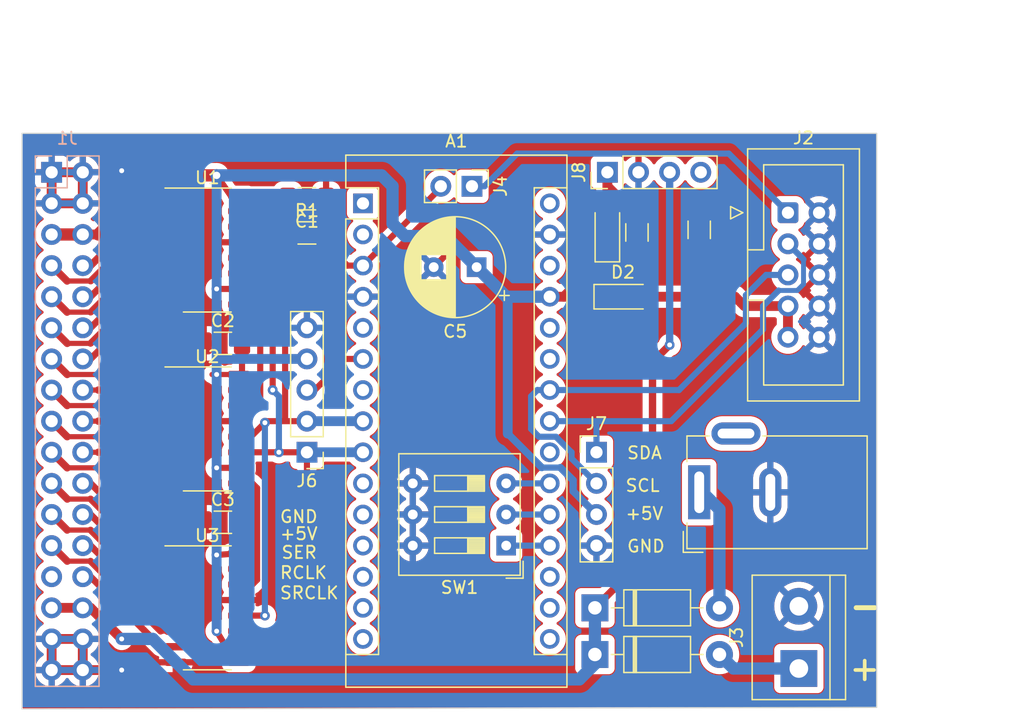
<source format=kicad_pcb>
(kicad_pcb (version 20221018) (generator pcbnew)
  (title_block (comment 4 "AISLER Project ID: KLIHMEMX"))
  (layers (0 "F.Cu" signal) (31 "B.Cu" signal) (34 "B.Paste" user) (35 "F.Paste" user) (36 "B.SilkS" user "B.Silkscreen") (37 "F.SilkS" user "F.Silkscreen") (38 "B.Mask" user) (39 "F.Mask" user) (44 "Edge.Cuts" user))
  (net 0 "")
  (net 4 "Net-(A1-D3)")
  (net 5 "RESET")
  (net 6 "CFG-0")
  (net 7 "GND")
  (net 8 "CFG-1")
  (net 9 "ENABLE-X-1")
  (net 10 "CFG-2")
  (net 11 "ENABLE-X-2")
  (net 13 "ENABLE-X-3")
  (net 14 "SDA")
  (net 15 "ENABLE-X-4")
  (net 16 "SCL")
  (net 17 "ENABLE-X-5")
  (net 18 "Net-(A1-D5)")
  (net 19 "ENABLE-X-6")
  (net 20 "Net-(A1-D6)")
  (net 21 "ENABLE-X-7")
  (net 22 "Vin")
  (net 23 "ENABLE-X-8")
  (net 27 "A0-X")
  (net 28 "A1-X")
  (net 29 "A2-X")
  (net 30 "B0-X")
  (net 31 "B1-X")
  (net 32 "A0-Y")
  (net 33 "A1-Y")
  (net 34 "A2-Y")
  (net 35 "B0-Y")
  (net 36 "B1-Y")
  (net 39 "DATA-X")
  (net 40 "ENABLE-Y-SET")
  (net 41 "ENABLE-Y-RESET")
  (net 51 "Net-(D1-A)")
  (net 52 "Net-(D3-A)")
  (net 54 "Net-(J2-Pin_1)")
  (net 56 "Net-(U1-QH')")
  (net 58 "+5V")
  (net 59 "Net-(U2-QH')")
  (net 63 "/V0+")
  (net 64 "/24V+")
  (footprint "Connector_IDC:IDC-Header_2x05_P2.54mm_Vertical" (layer "F.Cu") (at 110.871 69.342)
    (fp_text reference "J2" (at 1.27 -6.1) (layer "F.SilkS"))
    (fp_text value "I2C bus")
    (pad "1" thru_hole roundrect (at 0 0) (size 1.7 1.7) (drill 1) (layers "*.Cu" "*.Mask") (roundrect_rratio 0.1470588235) (net 54 "Net-(J2-Pin_1)"))
    (pad "2" thru_hole circle (at 2.54 0) (size 1.7 1.7) (drill 1) (layers "*.Cu" "*.Mask") (net 7 "GND"))
    (pad "3" thru_hole circle (at 0 2.54) (size 1.7 1.7) (drill 1) (layers "*.Cu" "*.Mask") (net 14 "SDA"))
    (pad "4" thru_hole circle (at 2.54 2.54) (size 1.7 1.7) (drill 1) (layers "*.Cu" "*.Mask") (net 7 "GND"))
    (pad "5" thru_hole circle (at 0 5.08) (size 1.7 1.7) (drill 1) (layers "*.Cu" "*.Mask") (net 16 "SCL"))
    (pad "6" thru_hole circle (at 2.54 5.08) (size 1.7 1.7) (drill 1) (layers "*.Cu" "*.Mask") (net 7 "GND"))
    (pad "7" thru_hole circle (at 0 7.62) (size 1.7 1.7) (drill 1) (layers "*.Cu" "*.Mask") (net 22 "Vin"))
    (pad "8" thru_hole circle (at 2.54 7.62) (size 1.7 1.7) (drill 1) (layers "*.Cu" "*.Mask") (net 7 "GND"))
    (pad "9" thru_hole circle (at 0 10.16) (size 1.7 1.7) (drill 1) (layers "*.Cu" "*.Mask") (net 22 "Vin"))
    (pad "10" thru_hole circle (at 2.54 10.16) (size 1.7 1.7) (drill 1) (layers "*.Cu" "*.Mask") (net 7 "GND"))
  )
  (footprint "Package_SO:SO-16_3.9x9.9mm_P1.27mm" (layer "F.Cu") (at 63.5 101.6)
    (fp_text reference "U3" (at 0 -5.9) (layer "F.SilkS"))
    (fp_text value "74HC595D")
    (pad "1" smd roundrect (at -2.575 -4.445) (size 1.75 0.6) (layers "F.Cu" "F.Paste" "F.Mask") (net 17 "ENABLE-X-5"))
    (pad "2" smd roundrect (at -2.575 -3.175) (size 1.75 0.6) (layers "F.Cu" "F.Paste" "F.Mask") (net 34 "A2-Y"))
    (pad "3" smd roundrect (at -2.575 -1.905) (size 1.75 0.6) (layers "F.Cu" "F.Paste" "F.Mask") (net 19 "ENABLE-X-6"))
    (pad "4" smd roundrect (at -2.575 -0.635) (size 1.75 0.6) (layers "F.Cu" "F.Paste" "F.Mask") (net 35 "B0-Y"))
    (pad "5" smd roundrect (at -2.575 0.635) (size 1.75 0.6) (layers "F.Cu" "F.Paste" "F.Mask") (net 21 "ENABLE-X-7"))
    (pad "6" smd roundrect (at -2.575 1.905) (size 1.75 0.6) (layers "F.Cu" "F.Paste" "F.Mask") (net 36 "B1-Y"))
    (pad "7" smd roundrect (at -2.575 3.175) (size 1.75 0.6) (layers "F.Cu" "F.Paste" "F.Mask") (net 23 "ENABLE-X-8"))
    (pad "8" smd roundrect (at -2.575 4.445) (size 1.75 0.6) (layers "F.Cu" "F.Paste" "F.Mask") (net 7 "GND"))
    (pad "9" smd roundrect (at 2.575 4.445) (size 1.75 0.6) (layers "F.Cu" "F.Paste" "F.Mask"))
    (pad "10" smd roundrect (at 2.575 3.175) (size 1.75 0.6) (layers "F.Cu" "F.Paste" "F.Mask") (net 58 "+5V"))
    (pad "11" smd roundrect (at 2.575 1.905) (size 1.75 0.6) (layers "F.Cu" "F.Paste" "F.Mask") (net 20 "Net-(A1-D6)"))
    (pad "12" smd roundrect (at 2.575 0.635) (size 1.75 0.6) (layers "F.Cu" "F.Paste" "F.Mask") (net 18 "Net-(A1-D5)"))
    (pad "13" smd roundrect (at 2.575 -0.635) (size 1.75 0.6) (layers "F.Cu" "F.Paste" "F.Mask") (net 7 "GND"))
    (pad "14" smd roundrect (at 2.575 -1.905) (size 1.75 0.6) (layers "F.Cu" "F.Paste" "F.Mask") (net 59 "Net-(U2-QH')"))
    (pad "15" smd roundrect (at 2.575 -3.175) (size 1.75 0.6) (layers "F.Cu" "F.Paste" "F.Mask"))
    (pad "16" smd roundrect (at 2.575 -4.445) (size 1.75 0.6) (layers "F.Cu" "F.Paste" "F.Mask") (net 58 "+5V"))
  )
  (footprint "Connector_PinHeader_2.54mm:PinHeader_1x04_P2.54mm_Vertical" (layer "F.Cu") (at 95.25 88.9)
    (fp_text reference "J7" (at 0 -2.33) (layer "F.SilkS"))
    (fp_text value "I2C")
    (pad "1" thru_hole rect (at 0 0) (size 1.7 1.7) (drill 1) (layers "*.Cu" "*.Mask") (net 14 "SDA"))
    (pad "2" thru_hole oval (at 0 2.54) (size 1.7 1.7) (drill 1) (layers "*.Cu" "*.Mask") (net 16 "SCL"))
    (pad "3" thru_hole oval (at 0 5.08) (size 1.7 1.7) (drill 1) (layers "*.Cu" "*.Mask") (net 58 "+5V"))
    (pad "4" thru_hole oval (at 0 7.62) (size 1.7 1.7) (drill 1) (layers "*.Cu" "*.Mask") (net 7 "GND"))
  )
  (footprint "Capacitor_SMD:C_1206_3216Metric_Pad1.33x1.80mm_HandSolder" (layer "F.Cu") (at 71.628 68.199 180)
    (fp_text reference "C1" (at 0 -1.85) (layer "F.SilkS"))
    (fp_text value "100n" hide)
    (pad "1" smd roundrect (at -1.5625 0 180) (size 1.325 1.8) (layers "F.Cu" "F.Paste" "F.Mask") (roundrect_rratio 0.1886792453) (net 7 "GND"))
    (pad "2" smd roundrect (at 1.5625 0 180) (size 1.325 1.8) (layers "F.Cu" "F.Paste" "F.Mask") (roundrect_rratio 0.1886792453) (net 58 "+5V"))
  )
  (footprint "TerminalBlock:TerminalBlock_bornier-2_P5.08mm" (layer "F.Cu") (at 111.76 106.553 90)
    (fp_text reference "J3" (at 2.54 -5.08 90) (layer "F.SilkS"))
    (fp_text value "+  24V  -")
    (pad "1" thru_hole rect (at 0 0 90) (size 3 3) (drill 1.52) (layers "*.Cu" "*.Mask") (net 51 "Net-(D1-A)"))
    (pad "2" thru_hole circle (at 5.08 0 90) (size 3 3) (drill 1.52) (layers "*.Cu" "*.Mask") (net 7 "GND"))
  )
  (footprint "Connector_PinHeader_2.54mm:PinHeader_1x02_P2.54mm_Vertical" (layer "F.Cu") (at 85.09 67.183 -90)
    (fp_text reference "J4" (at 0 -2.33 90) (layer "F.SilkS"))
    (fp_text value "RST")
    (pad "1" thru_hole rect (at 0 0 270) (size 1.7 1.7) (drill 1) (layers "*.Cu" "*.Mask") (net 54 "Net-(J2-Pin_1)"))
    (pad "2" thru_hole oval (at 0 2.54 270) (size 1.7 1.7) (drill 1) (layers "*.Cu" "*.Mask") (net 5 "RESET"))
  )
  (footprint "Diode_SMD:D_SOD-123" (layer "F.Cu") (at 96.139 70.994 90)
    (fp_text reference "D4" hide)
    (fp_text value "RB160M")
    (pad "1" smd roundrect (at -1.65 0 90) (size 0.9 1.2) (layers "F.Cu" "F.Paste" "F.Mask") (net 58 "+5V"))
    (pad "2" smd roundrect (at 1.65 0 90) (size 0.9 1.2) (layers "F.Cu" "F.Paste" "F.Mask") (net 63 "/V0+"))
  )
  (footprint "Resistor_SMD:R_1206_3216Metric" (layer "F.Cu") (at 71.628 70.993)
    (fp_text reference "R1" (at 0 -1.82) (layer "F.SilkS"))
    (fp_text value "100k")
    (pad "1" smd roundrect (at -1.4625 0) (size 1.125 1.75) (layers "F.Cu" "F.Paste" "F.Mask") (roundrect_rratio 0.2222222222) (net 58 "+5V"))
    (pad "2" smd roundrect (at 1.4625 0) (size 1.125 1.75) (layers "F.Cu" "F.Paste" "F.Mask") (roundrect_rratio 0.2222222222) (net 5 "RESET"))
  )
  (footprint "Capacitor_SMD:C_1206_3216Metric_Pad1.33x1.80mm_HandSolder" (layer "F.Cu") (at 103.632 70.739 90)
    (fp_text reference "C4" hide)
    (fp_text value "100n" hide)
    (pad "1" smd roundrect (at -1.5625 0 90) (size 1.325 1.8) (layers "F.Cu" "F.Paste" "F.Mask") (roundrect_rratio 0.1886792453) (net 22 "Vin"))
    (pad "2" smd roundrect (at 1.5625 0 90) (size 1.325 1.8) (layers "F.Cu" "F.Paste" "F.Mask") (roundrect_rratio 0.1886792453) (net 7 "GND"))
  )
  (footprint "Diode_SMD:D_SOD-123" (layer "F.Cu") (at 97.409 76.2)
    (fp_text reference "D2" (at 0 -2) (layer "F.SilkS"))
    (fp_text value "RB160M")
    (pad "1" smd roundrect (at -1.65 0) (size 0.9 1.2) (layers "F.Cu" "F.Paste" "F.Mask") (net 58 "+5V"))
    (pad "2" smd roundrect (at 1.65 0) (size 0.9 1.2) (layers "F.Cu" "F.Paste" "F.Mask") (net 22 "Vin"))
  )
  (footprint "Capacitor_SMD:C_1206_3216Metric_Pad1.33x1.80mm_HandSolder" (layer "F.Cu") (at 98.552 70.9545 90)
    (fp_text reference "C6" hide)
    (fp_text value "100n" hide)
    (pad "1" smd roundrect (at -1.5625 0 90) (size 1.325 1.8) (layers "F.Cu" "F.Paste" "F.Mask") (roundrect_rratio 0.1886792453) (net 7 "GND"))
    (pad "2" smd roundrect (at 1.5625 0 90) (size 1.325 1.8) (layers "F.Cu" "F.Paste" "F.Mask") (roundrect_rratio 0.1886792453) (net 63 "/V0+"))
  )
  (footprint "Capacitor_SMD:C_1206_3216Metric_Pad1.33x1.80mm_HandSolder" (layer "F.Cu") (at 64.77 80.01)
    (fp_text reference "C2" (at 0 -1.85) (layer "F.SilkS"))
    (fp_text value "100n" hide)
    (pad "1" smd roundrect (at -1.5625 0) (size 1.325 1.8) (layers "F.Cu" "F.Paste" "F.Mask") (roundrect_rratio 0.1886792453) (net 7 "GND"))
    (pad "2" smd roundrect (at 1.5625 0) (size 1.325 1.8) (layers "F.Cu" "F.Paste" "F.Mask") (roundrect_rratio 0.1886792453) (net 58 "+5V"))
  )
  (footprint "Diode_THT:D_DO-41_SOD81_P10.16mm_Horizontal" (layer "F.Cu") (at 95.123 101.6)
    (fp_text reference "D3" hide)
    (fp_text value "1N5819")
    (pad "1" thru_hole rect (at 0 0) (size 2.2 2.2) (drill 1.1) (layers "*.Cu" "*.Mask") (net 64 "/24V+"))
    (pad "2" thru_hole oval (at 10.16 0) (size 2.2 2.2) (drill 1.1) (layers "*.Cu" "*.Mask") (net 52 "Net-(D3-A)"))
  )
  (footprint "Package_SO:SO-16_3.9x9.9mm_P1.27mm" (layer "F.Cu") (at 63.5 86.995)
    (fp_text reference "U2" (at 0 -5.9) (layer "F.SilkS"))
    (fp_text value "74HC595D")
    (pad "1" smd roundrect (at -2.575 -4.445) (size 1.75 0.6) (layers "F.Cu" "F.Paste" "F.Mask") (net 30 "B0-X"))
    (pad "2" smd roundrect (at -2.575 -3.175) (size 1.75 0.6) (layers "F.Cu" "F.Paste" "F.Mask") (net 11 "ENABLE-X-2"))
    (pad "3" smd roundrect (at -2.575 -1.905) (size 1.75 0.6) (layers "F.Cu" "F.Paste" "F.Mask") (net 31 "B1-X"))
    (pad "4" smd roundrect (at -2.575 -0.635) (size 1.75 0.6) (layers "F.Cu" "F.Paste" "F.Mask") (net 13 "ENABLE-X-3"))
    (pad "5" smd roundrect (at -2.575 0.635) (size 1.75 0.6) (layers "F.Cu" "F.Paste" "F.Mask") (net 32 "A0-Y"))
    (pad "6" smd roundrect (at -2.575 1.905) (size 1.75 0.6) (layers "F.Cu" "F.Paste" "F.Mask") (net 15 "ENABLE-X-4"))
    (pad "7" smd roundrect (at -2.575 3.175) (size 1.75 0.6) (layers "F.Cu" "F.Paste" "F.Mask") (net 33 "A1-Y"))
    (pad "8" smd roundrect (at -2.575 4.445) (size 1.75 0.6) (layers "F.Cu" "F.Paste" "F.Mask") (net 7 "GND"))
    (pad "9" smd roundrect (at 2.575 4.445) (size 1.75 0.6) (layers "F.Cu" "F.Paste" "F.Mask") (net 59 "Net-(U2-QH')"))
    (pad "10" smd roundrect (at 2.575 3.175) (size 1.75 0.6) (layers "F.Cu" "F.Paste" "F.Mask") (net 58 "+5V"))
    (pad "11" smd roundrect (at 2.575 1.905) (size 1.75 0.6) (layers "F.Cu" "F.Paste" "F.Mask") (net 20 "Net-(A1-D6)"))
    (pad "12" smd roundrect (at 2.575 0.635) (size 1.75 0.6) (layers "F.Cu" "F.Paste" "F.Mask") (net 18 "Net-(A1-D5)"))
    (pad "13" smd roundrect (at 2.575 -0.635) (size 1.75 0.6) (layers "F.Cu" "F.Paste" "F.Mask") (net 7 "GND"))
    (pad "14" smd roundrect (at 2.575 -1.905) (size 1.75 0.6) (layers "F.Cu" "F.Paste" "F.Mask") (net 56 "Net-(U1-QH')"))
    (pad "15" smd roundrect (at 2.575 -3.175) (size 1.75 0.6) (layers "F.Cu" "F.Paste" "F.Mask"))
    (pad "16" smd roundrect (at 2.575 -4.445) (size 1.75 0.6) (layers "F.Cu" "F.Paste" "F.Mask") (net 58 "+5V"))
  )
  (footprint "Connector_PinHeader_2.54mm:PinHeader_1x04_P2.54mm_Vertical" (layer "F.Cu") (at 96.139 66.04 90)
    (fp_text reference "J8" (at 0 -2.33 90) (layer "F.SilkS"))
    (fp_text value "DC-DC")
    (pad "1" thru_hole rect (at 0 0 90) (size 1.7 1.7) (drill 1) (layers "*.Cu" "*.Mask") (net 63 "/V0+"))
    (pad "2" thru_hole oval (at 0 2.54 90) (size 1.7 1.7) (drill 1) (layers "*.Cu" "*.Mask") (net 7 "GND"))
    (pad "3" thru_hole oval (at 0 5.08 90) (size 1.7 1.7) (drill 1) (layers "*.Cu" "*.Mask") (net 64 "/24V+"))
    (pad "4" thru_hole oval (at 0 7.62 90) (size 1.7 1.7) (drill 1) (layers "*.Cu" "*.Mask"))
  )
  (footprint "Capacitor_THT:CP_Radial_D8.0mm_P3.50mm" (layer "F.Cu") (at 85.472651 73.787 180)
    (fp_text reference "C5" (at 1.75 -5.25) (layer "F.SilkS"))
    (fp_text value "100uF" hide)
    (pad "1" thru_hole rect (at 0 0 180) (size 1.6 1.6) (drill 0.8) (layers "*.Cu" "*.Mask") (net 58 "+5V"))
    (pad "2" thru_hole circle (at 3.5 0 180) (size 1.6 1.6) (drill 0.8) (layers "*.Cu" "*.Mask") (net 7 "GND"))
  )
  (footprint "Package_SO:SO-16_3.9x9.9mm_P1.27mm" (layer "F.Cu") (at 63.5 72.39)
    (fp_text reference "U1" (at 0 -5.9) (layer "F.SilkS"))
    (fp_text value "74HC595D")
    (pad "1" smd roundrect (at -2.575 -4.445) (size 1.75 0.6) (layers "F.Cu" "F.Paste" "F.Mask") (net 39 "DATA-X"))
    (pad "2" smd roundrect (at -2.575 -3.175) (size 1.75 0.6) (layers "F.Cu" "F.Paste" "F.Mask") (net 27 "A0-X"))
    (pad "3" smd roundrect (at -2.575 -1.905) (size 1.75 0.6) (layers "F.Cu" "F.Paste" "F.Mask") (net 40 "ENABLE-Y-SET"))
    (pad "4" smd roundrect (at -2.575 -0.635) (size 1.75 0.6) (layers "F.Cu" "F.Paste" "F.Mask") (net 28 "A1-X"))
    (pad "5" smd roundrect (at -2.575 0.635) (size 1.75 0.6) (layers "F.Cu" "F.Paste" "F.Mask") (net 41 "ENABLE-Y-RESET"))
    (pad "6" smd roundrect (at -2.575 1.905) (size 1.75 0.6) (layers "F.Cu" "F.Paste" "F.Mask") (net 29 "A2-X"))
    (pad "7" smd roundrect (at -2.575 3.175) (size 1.75 0.6) (layers "F.Cu" "F.Paste" "F.Mask") (net 9 "ENABLE-X-1"))
    (pad "8" smd roundrect (at -2.575 4.445) (size 1.75 0.6) (layers "F.Cu" "F.Paste" "F.Mask") (net 7 "GND"))
    (pad "9" smd roundrect (at 2.575 4.445) (size 1.75 0.6) (layers "F.Cu" "F.Paste" "F.Mask") (net 56 "Net-(U1-QH')"))
    (pad "10" smd roundrect (at 2.575 3.175) (size 1.75 0.6) (layers "F.Cu" "F.Paste" "F.Mask") (net 58 "+5V"))
    (pad "11" smd roundrect (at 2.575 1.905) (size 1.75 0.6) (layers "F.Cu" "F.Paste" "F.Mask") (net 20 "Net-(A1-D6)"))
    (pad "12" smd roundrect (at 2.575 0.635) (size 1.75 0.6) (layers "F.Cu" "F.Paste" "F.Mask") (net 18 "Net-(A1-D5)"))
    (pad "13" smd roundrect (at 2.575 -0.635) (size 1.75 0.6) (layers "F.Cu" "F.Paste" "F.Mask") (net 7 "GND"))
    (pad "14" smd roundrect (at 2.575 -1.905) (size 1.75 0.6) (layers "F.Cu" "F.Paste" "F.Mask") (net 4 "Net-(A1-D3)"))
    (pad "15" smd roundrect (at 2.575 -3.175) (size 1.75 0.6) (layers "F.Cu" "F.Paste" "F.Mask"))
    (pad "16" smd roundrect (at 2.575 -4.445) (size 1.75 0.6) (layers "F.Cu" "F.Paste" "F.Mask") (net 58 "+5V"))
  )
  (footprint "Capacitor_SMD:C_1206_3216Metric_Pad1.33x1.80mm_HandSolder" (layer "F.Cu") (at 64.77 94.615)
    (fp_text reference "C3" (at 0 -1.85) (layer "F.SilkS"))
    (fp_text value "100n" hide)
    (pad "1" smd roundrect (at -1.5625 0) (size 1.325 1.8) (layers "F.Cu" "F.Paste" "F.Mask") (roundrect_rratio 0.1886792453) (net 7 "GND"))
    (pad "2" smd roundrect (at 1.5625 0) (size 1.325 1.8) (layers "F.Cu" "F.Paste" "F.Mask") (roundrect_rratio 0.1886792453) (net 58 "+5V"))
  )
  (footprint "Connector_PinHeader_2.54mm:PinHeader_1x05_P2.54mm_Vertical" (layer "F.Cu") (at 71.628 88.9 180)
    (fp_text reference "J6" (at 0 -2.33) (layer "F.SilkS"))
    (fp_text value "Shift")
    (pad "1" thru_hole rect (at 0 0 180) (size 1.7 1.7) (drill 1) (layers "*.Cu" "*.Mask") (net 20 "Net-(A1-D6)"))
    (pad "2" thru_hole oval (at 0 2.54 180) (size 1.7 1.7) (drill 1) (layers "*.Cu" "*.Mask") (net 18 "Net-(A1-D5)"))
    (pad "3" thru_hole oval (at 0 5.08 180) (size 1.7 1.7) (drill 1) (layers "*.Cu" "*.Mask") (net 4 "Net-(A1-D3)"))
    (pad "4" thru_hole oval (at 0 7.62 180) (size 1.7 1.7) (drill 1) (layers "*.Cu" "*.Mask") (net 58 "+5V"))
    (pad "5" thru_hole oval (at 0 10.16 180) (size 1.7 1.7) (drill 1) (layers "*.Cu" "*.Mask") (net 7 "GND"))
  )
  (footprint "Button_Switch_THT:SW_DIP_SPSTx03_Slide_9.78x9.8mm_W7.62mm_P2.54mm" (layer "F.Cu") (at 87.884 96.52 180)
    (fp_text reference "SW1" (at 3.81 -3.42) (layer "F.SilkS"))
    (fp_text value "SW_DIP_x03" hide)
    (pad "1" thru_hole rect (at 0 0 180) (size 1.6 1.6) (drill 0.8) (layers "*.Cu" "*.Mask") (net 6 "CFG-0"))
    (pad "2" thru_hole oval (at 0 2.54 180) (size 1.6 1.6) (drill 0.8) (layers "*.Cu" "*.Mask") (net 8 "CFG-1"))
    (pad "3" thru_hole oval (at 0 5.08 180) (size 1.6 1.6) (drill 0.8) (layers "*.Cu" "*.Mask") (net 10 "CFG-2"))
    (pad "4" thru_hole oval (at 7.62 5.08 180) (size 1.6 1.6) (drill 0.8) (layers "*.Cu" "*.Mask") (net 7 "GND"))
    (pad "5" thru_hole oval (at 7.62 2.54 180) (size 1.6 1.6) (drill 0.8) (layers "*.Cu" "*.Mask") (net 7 "GND"))
    (pad "6" thru_hole oval (at 7.62 0 180) (size 1.6 1.6) (drill 0.8) (layers "*.Cu" "*.Mask") (net 7 "GND"))
  )
  (footprint "Diode_THT:D_DO-41_SOD81_P10.16mm_Horizontal" (layer "F.Cu") (at 95.123 105.41)
    (fp_text reference "D1" hide)
    (fp_text value "1N5819")
    (pad "1" thru_hole rect (at 0 0) (size 2.2 2.2) (drill 1.1) (layers "*.Cu" "*.Mask") (net 64 "/24V+"))
    (pad "2" thru_hole oval (at 10.16 0) (size 2.2 2.2) (drill 1.1) (layers "*.Cu" "*.Mask") (net 51 "Net-(D1-A)"))
  )
  (footprint "Connector_BarrelJack:BarrelJack_Wuerth_6941xx301002" (layer "F.Cu") (at 103.632 92.167 90)
    (fp_text reference "J5" hide)
    (fp_text value "24V")
    (pad "1" thru_hole rect (at 0 0 90) (size 4.4 1.8) (drill oval 3.4 0.8) (layers "*.Cu" "*.Mask") (net 52 "Net-(D3-A)"))
    (pad "2" thru_hole oval (at 0 5.8 90) (size 4 1.8) (drill oval 3 0.8) (layers "*.Cu" "*.Mask") (net 7 "GND"))
    (pad "3" thru_hole oval (at 4.8 3 180) (size 4 1.8) (drill oval 3 0.8) (layers "*.Cu" "*.Mask"))
  )
  (footprint "Module:Arduino_Nano" (layer "F.Cu") (at 76.2 68.58)
    (fp_text reference "A1" (at 7.62 -5.08) (layer "F.SilkS"))
    (fp_text value "Arduino_Nano_v3.x")
    (pad "1" thru_hole rect (at 0 0) (size 1.6 1.6) (drill 1) (layers "*.Cu" "*.Mask"))
    (pad "2" thru_hole oval (at 0 2.54) (size 1.6 1.6) (drill 1) (layers "*.Cu" "*.Mask"))
    (pad "3" thru_hole oval (at 0 5.08) (size 1.6 1.6) (drill 1) (layers "*.Cu" "*.Mask") (net 5 "RESET"))
    (pad "4" thru_hole oval (at 0 7.62) (size 1.6 1.6) (drill 1) (layers "*.Cu" "*.Mask") (net 7 "GND"))
    (pad "5" thru_hole oval (at 0 10.16) (size 1.6 1.6) (drill 1) (layers "*.Cu" "*.Mask"))
    (pad "6" thru_hole oval (at 0 12.7) (size 1.6 1.6) (drill 1) (layers "*.Cu" "*.Mask") (net 4 "Net-(A1-D3)"))
    (pad "7" thru_hole oval (at 0 15.24) (size 1.6 1.6) (drill 1) (layers "*.Cu" "*.Mask"))
    (pad "8" thru_hole oval (at 0 17.78) (size 1.6 1.6) (drill 1) (layers "*.Cu" "*.Mask") (net 18 "Net-(A1-D5)"))
    (pad "9" thru_hole oval (at 0 20.32) (size 1.6 1.6) (drill 1) (layers "*.Cu" "*.Mask") (net 20 "Net-(A1-D6)"))
    (pad "10" thru_hole oval (at 0 22.86) (size 1.6 1.6) (drill 1) (layers "*.Cu" "*.Mask"))
    (pad "11" thru_hole oval (at 0 25.4) (size 1.6 1.6) (drill 1) (layers "*.Cu" "*.Mask"))
    (pad "12" thru_hole oval (at 0 27.94) (size 1.6 1.6) (drill 1) (layers "*.Cu" "*.Mask"))
    (pad "13" thru_hole oval (at 0 30.48) (size 1.6 1.6) (drill 1) (layers "*.Cu" "*.Mask"))
    (pad "14" thru_hole oval (at 0 33.02) (size 1.6 1.6) (drill 1) (layers "*.Cu" "*.Mask"))
    (pad "15" thru_hole oval (at 0 35.56) (size 1.6 1.6) (drill 1) (layers "*.Cu" "*.Mask"))
    (pad "16" thru_hole oval (at 15.24 35.56) (size 1.6 1.6) (drill 1) (layers "*.Cu" "*.Mask"))
    (pad "17" thru_hole oval (at 15.24 33.02) (size 1.6 1.6) (drill 1) (layers "*.Cu" "*.Mask"))
    (pad "18" thru_hole oval (at 15.24 30.48) (size 1.6 1.6) (drill 1) (layers "*.Cu" "*.Mask"))
    (pad "19" thru_hole oval (at 15.24 27.94) (size 1.6 1.6) (drill 1) (layers "*.Cu" "*.Mask") (net 6 "CFG-0"))
    (pad "20" thru_hole oval (at 15.24 25.4) (size 1.6 1.6) (drill 1) (layers "*.Cu" "*.Mask") (net 8 "CFG-1"))
    (pad "21" thru_hole oval (at 15.24 22.86) (size 1.6 1.6) (drill 1) (layers "*.Cu" "*.Mask") (net 10 "CFG-2"))
    (pad "22" thru_hole oval (at 15.24 20.32) (size 1.6 1.6) (drill 1) (layers "*.Cu" "*.Mask"))
    (pad "23" thru_hole oval (at 15.24 17.78) (size 1.6 1.6) (drill 1) (layers "*.Cu" "*.Mask") (net 14 "SDA"))
    (pad "24" thru_hole oval (at 15.24 15.24) (size 1.6 1.6) (drill 1) (layers "*.Cu" "*.Mask") (net 16 "SCL"))
    (pad "25" thru_hole oval (at 15.24 12.7) (size 1.6 1.6) (drill 1) (layers "*.Cu" "*.Mask"))
    (pad "26" thru_hole oval (at 15.24 10.16) (size 1.6 1.6) (drill 1) (layers "*.Cu" "*.Mask"))
    (pad "27" thru_hole oval (at 15.24 7.62) (size 1.6 1.6) (drill 1) (layers "*.Cu" "*.Mask") (net 58 "+5V"))
    (pad "28" thru_hole oval (at 15.24 5.08) (size 1.6 1.6) (drill 1) (layers "*.Cu" "*.Mask"))
    (pad "29" thru_hole oval (at 15.24 2.54) (size 1.6 1.6) (drill 1) (layers "*.Cu" "*.Mask") (net 7 "GND"))
    (pad "30" thru_hole oval (at 15.24 0) (size 1.6 1.6) (drill 1) (layers "*.Cu" "*.Mask"))
  )
  (footprint "Connector_PinSocket_2.54mm:PinSocket_2x17_P2.54mm_Vertical" (layer "B.Cu") (at 50.8 66.04 180)
    (fp_text reference "J1" (at -1.27 2.77) (layer "B.SilkS") (effects (justify mirror)))
    (fp_text value "FlipDot matrix")
    (pad "1" thru_hole rect (at 0 0 180) (size 1.7 1.7) (drill 1) (layers "*.Cu" "*.Mask") (net 7 "GND"))
    (pad "2" thru_hole oval (at -2.54 0 180) (size 1.7 1.7) (drill 1) (layers "*.Cu" "*.Mask") (net 7 "GND"))
    (pad "3" thru_hole oval (at 0 -2.54 180) (size 1.7 1.7) (drill 1) (layers "*.Cu" "*.Mask") (net 7 "GND"))
    (pad "4" thru_hole oval (at -2.54 -2.54 180) (size 1.7 1.7) (drill 1) (layers "*.Cu" "*.Mask") (net 7 "GND"))
    (pad "5" thru_hole oval (at 0 -5.08 180) (size 1.7 1.7) (drill 1) (layers "*.Cu" "*.Mask") (net 58 "+5V"))
    (pad "6" thru_hole oval (at -2.54 -5.08 180) (size 1.7 1.7) (drill 1) (layers "*.Cu" "*.Mask") (net 58 "+5V"))
    (pad "7" thru_hole oval (at 0 -7.62 180) (size 1.7 1.7) (drill 1) (layers "*.Cu" "*.Mask") (net 27 "A0-X"))
    (pad "8" thru_hole oval (at -2.54 -7.62 180) (size 1.7 1.7) (drill 1) (layers "*.Cu" "*.Mask") (net 39 "DATA-X"))
    (pad "9" thru_hole oval (at 0 -10.16 180) (size 1.7 1.7) (drill 1) (layers "*.Cu" "*.Mask") (net 28 "A1-X"))
    (pad "10" thru_hole oval (at -2.54 -10.16 180) (size 1.7 1.7) (drill 1) (layers "*.Cu" "*.Mask") (net 40 "ENABLE-Y-SET"))
    (pad "11" thru_hole oval (at 0 -12.7 180) (size 1.7 1.7) (drill 1) (layers "*.Cu" "*.Mask") (net 29 "A2-X"))
    (pad "12" thru_hole oval (at -2.54 -12.7 180) (size 1.7 1.7) (drill 1) (layers "*.Cu" "*.Mask") (net 41 "ENABLE-Y-RESET"))
    (pad "13" thru_hole oval (at 0 -15.24 180) (size 1.7 1.7) (drill 1) (layers "*.Cu" "*.Mask") (net 30 "B0-X"))
    (pad "14" thru_hole oval (at -2.54 -15.24 180) (size 1.7 1.7) (drill 1) (layers "*.Cu" "*.Mask") (net 9 "ENABLE-X-1"))
    (pad "15" thru_hole oval (at 0 -17.78 180) (size 1.7 1.7) (drill 1) (layers "*.Cu" "*.Mask") (net 31 "B1-X"))
    (pad "16" thru_hole oval (at -2.54 -17.78 180) (size 1.7 1.7) (drill 1) (layers "*.Cu" "*.Mask") (net 11 "ENABLE-X-2"))
    (pad "17" thru_hole oval (at 0 -20.32 180) (size 1.7 1.7) (drill 1) (layers "*.Cu" "*.Mask") (net 32 "A0-Y"))
    (pad "18" thru_hole oval (at -2.54 -20.32 180) (size 1.7 1.7) (drill 1) (layers "*.Cu" "*.Mask") (net 13 "ENABLE-X-3"))
    (pad "19" thru_hole oval (at 0 -22.86 180) (size 1.7 1.7) (drill 1) (layers "*.Cu" "*.Mask") (net 33 "A1-Y"))
    (pad "20" thru_hole oval (at -2.54 -22.86 180) (size 1.7 1.7) (drill 1) (layers "*.Cu" "*.Mask") (net 15 "ENABLE-X-4"))
    (pad "21" thru_hole oval (at 0 -25.4 180) (size 1.7 1.7) (drill 1) (layers "*.Cu" "*.Mask") (net 34 "A2-Y"))
    (pad "22" thru_hole oval (at -2.54 -25.4 180) (size 1.7 1.7) (drill 1) (layers "*.Cu" "*.Mask") (net 17 "ENABLE-X-5"))
    (pad "23" thru_hole oval (at 0 -27.94 180) (size 1.7 1.7) (drill 1) (layers "*.Cu" "*.Mask") (net 35 "B0-Y"))
    (pad "24" thru_hole oval (at -2.54 -27.94 180) (size 1.7 1.7) (drill 1) (layers "*.Cu" "*.Mask") (net 19 "ENABLE-X-6"))
    (pad "25" thru_hole oval (at 0 -30.48 180) (size 1.7 1.7) (drill 1) (layers "*.Cu" "*.Mask") (net 36 "B1-Y"))
    (pad "26" thru_hole oval (at -2.54 -30.48 180) (size 1.7 1.7) (drill 1) (layers "*.Cu" "*.Mask") (net 21 "ENABLE-X-7"))
    (pad "27" thru_hole oval (at 0 -33.02 180) (size 1.7 1.7) (drill 1) (layers "*.Cu" "*.Mask"))
    (pad "28" thru_hole oval (at -2.54 -33.02 180) (size 1.7 1.7) (drill 1) (layers "*.Cu" "*.Mask") (net 23 "ENABLE-X-8"))
    (pad "29" thru_hole oval (at 0 -35.56 180) (size 1.7 1.7) (drill 1) (layers "*.Cu" "*.Mask") (net 64 "/24V+"))
    (pad "30" thru_hole oval (at -2.54 -35.56 180) (size 1.7 1.7) (drill 1) (layers "*.Cu" "*.Mask") (net 64 "/24V+"))
    (pad "31" thru_hole oval (at 0 -38.1 180) (size 1.7 1.7) (drill 1) (layers "*.Cu" "*.Mask") (net 7 "GND"))
    (pad "32" thru_hole oval (at -2.54 -38.1 180) (size 1.7 1.7) (drill 1) (layers "*.Cu" "*.Mask") (net 7 "GND"))
    (pad "33" thru_hole oval (at 0 -40.64 180) (size 1.7 1.7) (drill 1) (layers "*.Cu" "*.Mask") (net 7 "GND"))
    (pad "34" thru_hole oval (at -2.54 -40.64 180) (size 1.7 1.7) (drill 1) (layers "*.Cu" "*.Mask") (net 7 "GND"))
  )
  (gr_poly (pts (xy 118.11 109.728) (xy 48.387 109.855) (xy 48.387 62.865) (xy 118.11 62.865)) (stroke (width 0.1)) (fill none) (layer "Edge.Cuts"))
  (gr_text "GND" (at 69.342 94.742) (layer "F.SilkS") (effects (font (size 1 1)) (justify left bottom)))
  (gr_text "RCLK" (at 69.342 99.314) (layer "F.SilkS") (effects (font (size 1 1)) (justify left bottom)))
  (gr_text "+" (at 115.697 107.696) (layer "F.SilkS") (effects (font (size 2 2) (thickness 0.3)) (justify left bottom)))
  (gr_text "+5V" (at 97.536 94.488) (layer "F.SilkS") (effects (font (size 1 1)) (justify left bottom)))
  (gr_text "+5V" (at 69.342 96.139) (layer "F.SilkS") (effects (font (size 1 1)) (justify left bottom)))
  (gr_text "SER" (at 69.469 97.663) (layer "F.SilkS") (effects (font (size 1 1)) (justify left bottom)))
  (gr_text "-" (at 115.697 102.616) (layer "F.SilkS") (effects (font (size 2 2) (thickness 0.4) bold) (justify left bottom)))
  (gr_text "SRCLK" (at 69.342 100.965) (layer "F.SilkS") (effects (font (size 1 1)) (justify left bottom)))
  (gr_text "GND" (at 97.663 97.155) (layer "F.SilkS") (effects (font (size 1 1)) (justify left bottom)))
  (gr_text "SDA" (at 97.663 89.535) (layer "F.SilkS") (effects (font (size 1 1)) (justify left bottom)))
  (gr_text "SCL" (at 97.536 92.202) (layer "F.SilkS") (effects (font (size 1 1)) (justify left bottom)))
  (segment (start 73.152 82.931) (end 72.263 83.82) (width 0.5) (layer "F.Cu") (net 4))
  (segment (start 66.929 70.485) (end 73.152 76.708) (width 0.5) (layer "F.Cu") (net 4))
  (segment (start 73.152 81.28) (end 76.2 81.28) (width 0.5) (layer "F.Cu") (net 4))
  (segment (start 73.152 76.708) (end 73.152 82.931) (width 0.5) (layer "F.Cu") (net 4))
  (segment (start 66.075 70.485) (end 66.929 70.485) (width 0.5) (layer "F.Cu") (net 4))
  (segment (start 72.263 83.82) (end 71.628 83.82) (width 0.5) (layer "F.Cu") (net 4))
  (segment (start 76.2 73.66) (end 82.55 67.31) (width 0.5) (layer "F.Cu") (net 5))
  (segment (start 74.93 73.66) (end 76.2 73.66) (width 0.5) (layer "F.Cu") (net 5))
  (segment (start 73.0905 71.8205) (end 74.93 73.66) (width 0.5) (layer "F.Cu") (net 5))
  (segment (start 82.55 67.31) (end 82.55 67.183) (width 0.5) (layer "F.Cu") (net 5))
  (segment (start 73.0905 70.993) (end 73.0905 71.8205) (width 0.5) (layer "F.Cu") (net 5))
  (segment (start 91.44 96.52) (end 87.884 96.52) (width 0.5) (layer "B.Cu") (net 6))
  (segment (start 50.8 106.68) (end 53.34 106.68) (width 0.8) (layer "F.Cu") (net 7))
  (segment (start 50.8 104.14) (end 53.34 104.14) (width 0.8) (layer "F.Cu") (net 7))
  (segment (start 50.8 68.58) (end 53.34 68.58) (width 0.8) (layer "F.Cu") (net 7))
  (segment (start 53.34 68.58) (end 53.34 66.04) (width 0.8) (layer "F.Cu") (net 7))
  (segment (start 50.8 104.14) (end 50.8 106.68) (width 0.8) (layer "F.Cu") (net 7))
  (segment (start 53.34 104.14) (end 53.34 106.68) (width 0.8) (layer "F.Cu") (net 7))
  (segment (start 50.8 66.04) (end 53.34 66.04) (width 0.8) (layer "F.Cu") (net 7))
  (segment (start 56.515 106.68) (end 53.34 106.68) (width 0.8) (layer "F.Cu") (net 7))
  (segment (start 50.8 66.04) (end 50.8 68.58) (width 0.8) (layer "F.Cu") (net 7))
  (via (at 56.515 106.68) (size 0.8) (drill 0.4) (layers "F.Cu" "B.Cu") (net 7))
  (via (at 56.515 65.913) (size 0.8) (drill 0.4) (layers "F.Cu" "B.Cu") (net 7))
  (segment (start 91.44 93.98) (end 87.884 93.98) (width 0.5) (layer "B.Cu") (net 8))
  (segment (start 53.34 81.28) (end 53.975 81.28) (width 0.42) (layer "F.Cu") (net 9))
  (segment (start 53.975 81.28) (end 59.69 75.565) (width 0.55) (layer "F.Cu") (net 9))
  (segment (start 59.69 75.565) (end 60.925 75.565) (width 0.42) (layer "F.Cu") (net 9))
  (segment (start 91.44 91.44) (end 87.884 91.44) (width 0.5) (layer "B.Cu") (net 10))
  (segment (start 60.925 83.82) (end 59.69 83.82) (width 0.5) (layer "F.Cu") (net 11))
  (segment (start 53.34 83.82) (end 54.61 83.82) (width 0.42) (layer "F.Cu") (net 11))
  (segment (start 54.61 83.82) (end 59.69 83.82) (width 0.6) (layer "F.Cu") (net 11))
  (segment (start 54.61 86.36) (end 59.69 86.36) (width 0.6) (layer "F.Cu") (net 13))
  (segment (start 60.925 86.36) (end 59.69 86.36) (width 0.5) (layer "F.Cu") (net 13))
  (segment (start 53.34 86.36) (end 54.61 86.36) (width 0.42) (layer "F.Cu") (net 13))
  (segment (start 112.141 73.152) (end 110.871 71.882) (width 0.5) (layer "B.Cu") (net 14))
  (segment (start 108.839 78.867) (end 108.839 76.962) (width 0.5) (layer "B.Cu") (net 14))
  (segment (start 91.44 86.36) (end 101.346 86.36) (width 0.5) (layer "B.Cu") (net 14))
  (segment (start 112.141 75.184) (end 112.141 73.152) (width 0.4) (layer "B.Cu") (net 14))
  (segment (start 108.839 76.962) (end 110.109 75.692) (width 0.5) (layer "B.Cu") (net 14))
  (segment (start 111.633 75.692) (end 112.141 75.184) (width 0.4) (layer "B.Cu") (net 14))
  (segment (start 101.346 86.36) (end 108.839 78.867) (width 0.5) (layer "B.Cu") (net 14))
  (segment (start 110.109 75.692) (end 111.633 75.692) (width 0.4) (layer "B.Cu") (net 14))
  (segment (start 95.25 88.9) (end 95.25 86.36) (width 0.5) (layer "B.Cu") (net 14))
  (segment (start 54.61 88.9) (end 59.69 88.9) (width 0.6) (layer "F.Cu") (net 15))
  (segment (start 53.34 88.9) (end 54.61 88.9) (width 0.42) (layer "F.Cu") (net 15))
  (segment (start 60.925 88.9) (end 59.69 88.9) (width 0.5) (layer "F.Cu") (net 15))
  (segment (start 107.442 78.359) (end 107.442 76.073) (width 0.5) (layer "B.Cu") (net 16))
  (segment (start 93.207767 88.9) (end 91.937767 87.63) (width 0.5) (layer "B.Cu") (net 16))
  (segment (start 93.218 88.9) (end 93.207767 88.9) (width 0.5) (layer "B.Cu") (net 16))
  (segment (start 109.093 74.422) (end 110.871 74.422) (width 0.5) (layer "B.Cu") (net 16))
  (segment (start 89.916 84.328) (end 90.424 83.82) (width 0.5) (layer "B.Cu") (net 16))
  (segment (start 89.916 86.995) (end 89.916 84.328) (width 0.5) (layer "B.Cu") (net 16))
  (segment (start 101.981 83.82) (end 107.442 78.359) (width 0.5) (layer "B.Cu") (net 16))
  (segment (start 91.44 83.82) (end 101.981 83.82) (width 0.5) (layer "B.Cu") (net 16))
  (segment (start 107.442 76.073) (end 109.093 74.422) (width 0.5) (layer "B.Cu") (net 16))
  (segment (start 95.377 91.567) (end 93.218 89.408) (width 0.5) (layer "B.Cu") (net 16))
  (segment (start 90.424 83.82) (end 91.44 83.82) (width 0.5) (layer "B.Cu") (net 16))
  (segment (start 91.937767 87.63) (end 90.551 87.63) (width 0.5) (layer "B.Cu") (net 16))
  (segment (start 93.218 89.408) (end 93.218 88.9) (width 0.5) (layer "B.Cu") (net 16))
  (segment (start 90.551 87.63) (end 89.916 86.995) (width 0.5) (layer "B.Cu") (net 16))
  (segment (start 53.34 91.44) (end 53.975 91.44) (width 0.42) (layer "F.Cu") (net 17))
  (segment (start 59.69 97.155) (end 60.925 97.155) (width 0.42) (layer "F.Cu") (net 17))
  (segment (start 53.975 91.44) (end 59.69 97.155) (width 0.55) (layer "F.Cu") (net 17))
  (segment (start 68.199 102.235) (end 66.075 102.235) (width 0.5) (layer "F.Cu") (net 18))
  (segment (start 66.075 87.63) (end 67.056 87.63) (width 0.5) (layer "F.Cu") (net 18))
  (segment (start 68.326 86.36) (end 69.85 86.36) (width 0.5) (layer "F.Cu") (net 18))
  (segment (start 69.85 76.205051) (end 69.85 86.36) (width 0.5) (layer "F.Cu") (net 18))
  (segment (start 71.628 86.36) (end 76.2 86.36) (width 0.5) (layer "F.Cu") (net 18))
  (segment (start 66.669949 73.025) (end 69.85 76.205051) (width 0.5) (layer "F.Cu") (net 18))
  (segment (start 66.075 73.025) (end 66.669949 73.025) (width 0.5) (layer "F.Cu") (net 18))
  (segment (start 67.056 87.63) (end 68.326 86.36) (width 0.5) (layer "F.Cu") (net 18))
  (segment (start 69.85 86.36) (end 71.628 86.36) (width 0.5) (layer "F.Cu") (net 18))
  (via (at 68.199 86.487) (size 0.8) (drill 0.4) (layers "F.Cu" "B.Cu") (net 18))
  (via (at 68.199 102.235) (size 0.8) (drill 0.4) (layers "F.Cu" "B.Cu") (net 18))
  (segment (start 71.628 86.36) (end 76.2 86.36) (width 0.8) (layer "B.Cu") (net 18))
  (segment (start 68.199 102.235) (end 68.199 86.487) (width 0.5) (layer "B.Cu") (net 18))
  (segment (start 59.69 99.695) (end 60.925 99.695) (width 0.42) (layer "F.Cu") (net 19))
  (segment (start 53.34 93.98) (end 53.975 93.98) (width 0.42) (layer "F.Cu") (net 19))
  (segment (start 53.975 93.98) (end 59.69 99.695) (width 0.55) (layer "F.Cu") (net 19))
  (segment (start 69.85 103.505) (end 66.075 103.505) (width 0.5) (layer "F.Cu") (net 20))
  (segment (start 71.628 101.727) (end 71.628 88.9) (width 0.5) (layer "F.Cu") (net 20))
  (segment (start 71.628 88.9) (end 76.2 88.9) (width 0.5) (layer "F.Cu") (net 20))
  (segment (start 68.834 76.459051) (end 66.669949 74.295) (width 0.5) (layer "F.Cu") (net 20))
  (segment (start 69.85 103.505) (end 71.628 101.727) (width 0.5) (layer "F.Cu") (net 20))
  (segment (start 68.834 83.82) (end 68.834 76.459051) (width 0.5) (layer "F.Cu") (net 20))
  (segment (start 66.075 88.9) (end 69.342 88.9) (width 0.5) (layer "F.Cu") (net 20))
  (segment (start 69.342 88.9) (end 71.628 88.9) (width 0.5) (layer "F.Cu") (net 20))
  (segment (start 66.669949 74.295) (end 66.075 74.295) (width 0.5) (layer "F.Cu") (net 20))
  (via (at 69.342 88.9) (size 0.8) (drill 0.4) (layers "F.Cu" "B.Cu") (net 20))
  (via (at 68.834 83.82) (size 0.8) (drill 0.4) (layers "F.Cu" "B.Cu") (net 20))
  (segment (start 69.342 84.328) (end 69.342 88.9) (width 0.5) (layer "B.Cu") (net 20))
  (segment (start 72.39 88.9) (end 76.2 88.9) (width 0.8) (layer "B.Cu") (net 20))
  (segment (start 68.834 83.82) (end 69.342 84.328) (width 0.5) (layer "B.Cu") (net 20))
  (segment (start 53.975 96.52) (end 59.69 102.235) (width 0.55) (layer "F.Cu") (net 21))
  (segment (start 53.34 96.52) (end 53.975 96.52) (width 0.42) (layer "F.Cu") (net 21))
  (segment (start 59.69 102.235) (end 60.925 102.235) (width 0.42) (layer "F.Cu") (net 21))
  (segment (start 103.632 76.073) (end 103.759 76.2) (width 0.5) (layer "F.Cu") (net 22))
  (segment (start 103.632 72.3015) (end 103.632 76.073) (width 0.5) (layer "F.Cu") (net 22))
  (segment (start 110.871 76.962) (end 107.315 76.962) (width 0.8) (layer "F.Cu") (net 22))
  (segment (start 106.553 76.2) (end 103.759 76.2) (width 0.8) (layer "F.Cu") (net 22))
  (segment (start 103.759 76.2) (end 99.059 76.2) (width 0.8) (layer "F.Cu") (net 22))
  (segment (start 110.871 76.962) (end 110.871 79.502) (width 0.8) (layer "F.Cu") (net 22))
  (segment (start 107.315 76.962) (end 106.553 76.2) (width 0.8) (layer "F.Cu") (net 22))
  (segment (start 53.975 99.06) (end 59.69 104.775) (width 0.55) (layer "F.Cu") (net 23))
  (segment (start 53.34 99.06) (end 53.975 99.06) (width 0.42) (layer "F.Cu") (net 23))
  (segment (start 59.69 104.775) (end 60.925 104.775) (width 0.42) (layer "F.Cu") (net 23))
  (segment (start 53.985489 74.919511) (end 59.69 69.215) (width 0.55) (layer "F.Cu") (net 27))
  (segment (start 52.059511 74.919511) (end 53.985489 74.919511) (width 0.42) (layer "F.Cu") (net 27))
  (segment (start 50.8 73.66) (end 52.059511 74.919511) (width 0.6) (layer "F.Cu") (net 27))
  (segment (start 59.69 69.215) (end 61.3075 69.215) (width 0.42) (layer "F.Cu") (net 27))
  (segment (start 59.69 71.755) (end 60.925 71.755) (width 0.42) (layer "F.Cu") (net 28))
  (segment (start 52.059511 77.459511) (end 53.985489 77.459511) (width 0.42) (layer "F.Cu") (net 28))
  (segment (start 53.985489 77.459511) (end 59.69 71.755) (width 0.55) (layer "F.Cu") (net 28))
  (segment (start 50.8 76.2) (end 52.059511 77.459511) (width 0.6) (layer "F.Cu") (net 28))
  (segment (start 52.07 80.01) (end 53.975 80.01) (width 0.42) (layer "F.Cu") (net 29))
  (segment (start 59.69 74.295) (end 60.925 74.295) (width 0.42) (layer "F.Cu") (net 29))
  (segment (start 53.975 80.01) (end 59.69 74.295) (width 0.55) (layer "F.Cu") (net 29))
  (segment (start 50.8 78.74) (end 52.07 80.01) (width 0.6) (layer "F.Cu") (net 29))
  (segment (start 54.61 82.55) (end 59.69 82.55) (width 0.6) (layer "F.Cu") (net 30))
  (segment (start 60.925 82.55) (end 59.69 82.55) (width 0.5) (layer "F.Cu") (net 30))
  (segment (start 52.07 82.55) (end 54.61 82.55) (width 0.42) (layer "F.Cu") (net 30))
  (segment (start 50.8 81.28) (end 52.07 82.55) (width 0.6) (layer "F.Cu") (net 30))
  (segment (start 52.07 85.09) (end 54.61 85.09) (width 0.42) (layer "F.Cu") (net 31))
  (segment (start 60.925 85.09) (end 59.69 85.09) (width 0.5) (layer "F.Cu") (net 31))
  (segment (start 54.61 85.09) (end 59.69 85.09) (width 0.6) (layer "F.Cu") (net 31))
  (segment (start 50.8 83.82) (end 52.07 85.09) (width 0.6) (layer "F.Cu") (net 31))
  (segment (start 54.61 87.63) (end 59.69 87.63) (width 0.6) (layer "F.Cu") (net 32))
  (segment (start 50.8 86.36) (end 52.07 87.63) (width 0.6) (layer "F.Cu") (net 32))
  (segment (start 52.07 87.63) (end 54.61 87.63) (width 0.42) (layer "F.Cu") (net 32))
  (segment (start 60.925 87.63) (end 59.69 87.63) (width 0.5) (layer "F.Cu") (net 32))
  (segment (start 52.07 90.17) (end 54.61 90.17) (width 0.42) (layer "F.Cu") (net 33))
  (segment (start 60.925 90.17) (end 59.69 90.17) (width 0.5) (layer "F.Cu") (net 33))
  (segment (start 50.8 88.9) (end 52.07 90.17) (width 0.6) (layer "F.Cu") (net 33))
  (segment (start 54.61 90.17) (end 59.69 90.17) (width 0.6) (layer "F.Cu") (net 33))
  (segment (start 50.8 91.44) (end 52.080489 92.720489) (width 0.6) (layer "F.Cu") (net 34))
  (segment (start 59.69 98.425) (end 60.925 98.425) (width 0.42) (layer "F.Cu") (net 34))
  (segment (start 53.964511 92.720489) (end 53.975 92.71) (width 0.42) (layer "F.Cu") (net 34))
  (segment (start 53.975 92.71) (end 59.69 98.425) (width 0.55) (layer "F.Cu") (net 34))
  (segment (start 52.080489 92.720489) (end 53.964511 92.720489) (width 0.42) (layer "F.Cu") (net 34))
  (segment (start 53.975 95.25) (end 59.69 100.965) (width 0.55) (layer "F.Cu") (net 35))
  (segment (start 52.07 95.25) (end 53.975 95.25) (width 0.42) (layer "F.Cu") (net 35))
  (segment (start 50.8 93.98) (end 52.07 95.25) (width 0.6) (layer "F.Cu") (net 35))
  (segment (start 59.69 100.965) (end 60.925 100.965) (width 0.42) (layer "F.Cu") (net 35))
  (segment (start 52.07 97.79) (end 53.975 97.79) (width 0.42) (layer "F.Cu") (net 36))
  (segment (start 59.69 103.505) (end 60.925 103.505) (width 0.42) (layer "F.Cu") (net 36))
  (segment (start 50.8 96.52) (end 52.07 97.79) (width 0.6) (layer "F.Cu") (net 36))
  (segment (start 53.975 97.79) (end 59.69 103.505) (width 0.55) (layer "F.Cu") (net 36))
  (segment (start 53.975 73.66) (end 59.69 67.945) (width 0.6) (layer "F.Cu") (net 39))
  (segment (start 59.69 67.945) (end 61.3075 67.945) (width 0.42) (layer "F.Cu") (net 39))
  (segment (start 53.34 73.66) (end 53.975 73.66) (width 0.42) (layer "F.Cu") (net 39))
  (segment (start 53.34 76.2) (end 53.975 76.2) (width 0.42) (layer "F.Cu") (net 40))
  (segment (start 59.69 70.485) (end 61.3075 70.485) (width 0.42) (layer "F.Cu") (net 40))
  (segment (start 53.975 76.2) (end 59.69 70.485) (width 0.55) (layer "F.Cu") (net 40))
  (segment (start 59.69 73.025) (end 60.925 73.025) (width 0.42) (layer "F.Cu") (net 41))
  (segment (start 53.975 78.74) (end 59.69 73.025) (width 0.55) (layer "F.Cu") (net 41))
  (segment (start 53.34 78.74) (end 53.975 78.74) (width 0.42) (layer "F.Cu") (net 41))
  (segment (start 111.76 106.553) (end 106.426 106.553) (width 1) (layer "B.Cu") (net 51))
  (segment (start 106.426 106.553) (end 105.283 105.41) (width 1) (layer "B.Cu") (net 51))
  (segment (start 105.283 93.564) (end 103.632 91.913) (width 1) (layer "B.Cu") (net 52))
  (segment (start 105.283 101.6) (end 105.283 93.564) (width 1) (layer "B.Cu") (net 52))
  (segment (start 110.871 69.342) (end 106.045 64.516) (width 0.5) (layer "B.Cu") (net 54))
  (segment (start 106.045 64.516) (end 88.778 64.516) (width 0.5) (layer "B.Cu") (net 54))
  (segment (start 88.778 64.516) (end 86.111 67.183) (width 0.5) (layer "B.Cu") (net 54))
  (segment (start 86.111 67.183) (end 85.09 67.183) (width 0.5) (layer "B.Cu") (net 54))
  (segment (start 67.183 76.835) (end 66.075 76.835) (width 0.5) (layer "F.Cu") (net 56))
  (segment (start 66.075 85.09) (end 67.31 85.09) (width 0.5) (layer "F.Cu") (net 56))
  (segment (start 67.31 85.09) (end 67.818 84.582) (width 0.5) (layer "F.Cu") (net 56))
  (segment (start 67.818 84.582) (end 67.818 77.47) (width 0.5) (layer "F.Cu") (net 56))
  (segment (start 67.818 77.47) (end 67.183 76.835) (width 0.5) (layer "F.Cu") (net 56))
  (segment (start 66.075 97.155) (end 64.262 97.282) (width 0.5) (layer "F.Cu") (net 58))
  (segment (start 66.075 67.945) (end 69.8115 67.945) (width 0.5) (layer "F.Cu") (net 58))
  (segment (start 66.3325 80.01) (end 66.3325 82.2925) (width 0.5) (layer "F.Cu") (net 58))
  (segment (start 96.139 72.644) (end 92.583 76.2) (width 0.8) (layer "F.Cu") (net 58))
  (segment (start 64.262 82.55) (end 63.881 82.55) (width 0.42) (layer "F.Cu") (net 58))
  (segment (start 69.8115 67.945) (end 70.0655 68.199) (width 0.5) (layer "F.Cu") (net 58))
  (segment (start 64.262 103.505) (end 65.024 104.775) (width 0.5) (layer "F.Cu") (net 58))
  (segment (start 70.0655 70.893) (end 70.1655 70.993) (width 0.42) (layer "F.Cu") (net 58))
  (segment (start 66.075 97.155) (end 66.167 97.063) (width 0.5) (layer "F.Cu") (net 58))
  (segment (start 70.0655 68.199) (end 69.3035 68.199) (width 0.42) (layer "F.Cu") (net 58))
  (segment (start 66.075 90.17) (end 64.262 90.17) (width 0.5) (layer "F.Cu") (net 58))
  (segment (start 66.075 75.565) (end 64.262 75.565) (width 0.5) (layer "F.Cu") (net 58))
  (segment (start 92.583 76.2) (end 91.44 76.2) (width 0.5) (layer "F.Cu") (net 58))
  (segment (start 50.8 71.12) (end 53.34 71.12) (width 1) (layer "F.Cu") (net 58))
  (segment (start 65.405 67.945) (end 64.262 66.294) (width 0.5) (layer "F.Cu") (net 58))
  (segment (start 66.075 67.945) (end 65.405 67.945) (width 0.42) (layer "F.Cu") (net 58))
  (segment (start 65.024 104.775) (end 66.075 104.775) (width 0.5) (layer "F.Cu") (net 58))
  (segment (start 66.3325 82.2925) (end 66.075 82.55) (width 0.42) (layer "F.Cu") (net 58))
  (segment (start 66.167 97.063) (end 66.167 94.7805) (width 0.5) (layer "F.Cu") (net 58))
  (segment (start 53.34 71.12) (end 54.61 71.12) (width 0.8) (layer "F.Cu") (net 58))
  (segment (start 59.436 66.294) (end 54.61 71.12) (width 1) (layer "F.Cu") (net 58))
  (segment (start 69.3035 68.199) (end 69.1765 68.072) (width 0.42) (layer "F.Cu") (net 58))
  (segment (start 95.759 76.2) (end 91.44 76.2) (width 0.8) (layer "F.Cu") (net 58))
  (segment (start 66.075 82.55) (end 64.262 82.55) (width 0.42) (layer "F.Cu") (net 58))
  (segment (start 64.262 66.294) (end 59.436 66.294) (width 1) (layer "F.Cu") (net 58))
  (segment (start 70.0655 68.199) (end 70.0655 70.893) (width 0.42) (layer "F.Cu") (net 58))
  (via (at 64.262 66.294) (size 1) (drill 0.6) (layers "F.Cu" "B.Cu") (net 58))
  (via (at 64.262 97.282) (size 0.8) (drill 0.4) (layers "F.Cu" "B.Cu") (net 58))
  (via (at 64.262 90.17) (size 0.8) (drill 0.4) (layers "F.Cu" "B.Cu") (net 58))
  (via (at 64.262 82.55) (size 0.8) (drill 0.4) (layers "F.Cu" "B.Cu") (net 58))
  (via (at 64.262 75.565) (size 0.8) (drill 0.4) (layers "F.Cu" "B.Cu") (net 58))
  (via (at 64.262 103.505) (size 0.8) (drill 0.4) (layers "F.Cu" "B.Cu") (net 58))
  (segment (start 82.932651 71.247) (end 85.472651 73.787) (width 1) (layer "B.Cu") (net 58))
  (segment (start 64.262 97.282) (end 64.262 90.17) (width 0.8) (layer "B.Cu") (net 58))
  (segment (start 64.262 90.17) (end 64.262 82.55) (width 0.8) (layer "B.Cu") (net 58))
  (segment (start 64.262 82.55) (end 64.262 75.565) (width 0.8) (layer "B.Cu") (net 58))
  (segment (start 87.884 76.2) (end 85.472651 73.788651) (width 1) (layer "B.Cu") (net 58))
  (segment (start 93.345 91.186) (end 92.309 90.15) (width 0.6) (layer "B.Cu") (net 58))
  (segment (start 64.262 66.294) (end 77.724 66.294) (width 1) (layer "B.Cu") (net 58))
  (segment (start 78.613 70.231) (end 79.629 71.247) (width 1) (layer "B.Cu") (net 58))
  (segment (start 93.345 91.577233) (end 93.345 91.186) (width 0.6) (layer "B.Cu") (net 58))
  (segment (start 78.613 67.183) (end 78.613 70.231) (width 1) (layer "B.Cu") (net 58))
  (segment (start 88.011 76.327) (end 87.884 76.2) (width 0.5) (layer "B.Cu") (net 58))
  (segment (start 77.724 66.294) (end 78.613 67.183) (width 1) (layer "B.Cu") (net 58))
  (segment (start 92.309 90.15) (end 90.785 90.15) (width 0.5) (layer "B.Cu") (net 58))
  (segment (start 64.262 66.294) (end 64.262 75.565) (width 0.8) (layer "B.Cu") (net 58))
  (segment (start 90.785 90.15) (end 88.011 87.376) (width 0.6) (layer "B.Cu") (net 58))
  (segment (start 79.629 71.247) (end 82.932651 71.247) (width 1) (layer "B.Cu") (net 58))
  (segment (start 93.345 92.075) (end 93.345 91.577233) (width 0.6) (layer "B.Cu") (net 58))
  (segment (start 64.643 81.28) (end 71.628 81.28) (width 0.8) (layer "B.Cu") (net 58))
  (segment (start 64.262 103.505) (end 64.262 97.282) (width 0.8) (layer "B.Cu") (net 58))
  (segment (start 91.44 76.2) (end 87.884 76.2) (width 1) (layer "B.Cu") (net 58))
  (segment (start 95.377 94.107) (end 93.345 92.075) (width 0.6) (layer "B.Cu") (net 58))
  (segment (start 88.011 87.376) (end 88.011 76.327) (width 0.8) (layer "B.Cu") (net 58))
  (segment (start 85.472651 73.788651) (end 85.472651 73.787) (width 1) (layer "B.Cu") (net 58))
  (segment (start 67.183 91.44) (end 66.075 91.44) (width 0.5) (layer "F.Cu") (net 59))
  (segment (start 66.075 99.695) (end 67.183 99.695) (width 0.5) (layer "F.Cu") (net 59))
  (segment (start 67.183 99.695) (end 67.564 99.314) (width 0.5) (layer "F.Cu") (net 59))
  (segment (start 67.564 91.821) (end 67.183 91.44) (width 0.5) (layer "F.Cu") (net 59))
  (segment (start 67.564 99.314) (end 67.564 91.821) (width 0.5) (layer "F.Cu") (net 59))
  (segment (start 96.139 66.04) (end 96.139 66.979) (width 0.5) (layer "F.Cu") (net 63))
  (segment (start 96.139 66.04) (end 96.139 69.344) (width 0.8) (layer "F.Cu") (net 63))
  (segment (start 96.139 66.979) (end 98.552 69.392) (width 0.5) (layer "F.Cu") (net 63))
  (segment (start 101.219 80.137) (end 99.822 81.534) (width 0.6) (layer "F.Cu") (net 64))
  (segment (start 99.822 96.901) (end 95.123 101.6) (width 0.6) (layer "F.Cu") (net 64))
  (segment (start 56.515 104.14) (end 53.975 101.6) (width 0.8) (layer "F.Cu") (net 64))
  (segment (start 99.822 81.534) (end 99.822 96.901) (width 0.6) (layer "F.Cu") (net 64))
  (segment (start 50.8 101.6) (end 53.34 101.6) (width 0.8) (layer "F.Cu") (net 64))
  (segment (start 53.975 101.6) (end 53.34 101.6) (width 0.8) (layer "F.Cu") (net 64))
  (via (at 56.515 104.14) (size 0.8) (drill 0.4) (layers "F.Cu" "B.Cu") (net 64))
  (via (at 101.219 80.137) (size 0.8) (drill 0.4) (layers "F.Cu" "B.Cu") (net 64))
  (segment (start 95.123 106.172) (end 93.853 107.442) (width 1) (layer "B.Cu") (net 64))
  (segment (start 101.219 80.137) (end 101.219 66.04) (width 0.6) (layer "B.Cu") (net 64))
  (segment (start 59.055 104.14) (end 56.515 104.14) (width 1) (layer "B.Cu") (net 64))
  (segment (start 93.853 107.442) (end 62.357 107.442) (width 1) (layer "B.Cu") (net 64))
  (segment (start 62.357 107.442) (end 59.055 104.14) (width 1) (layer "B.Cu") (net 64))
  (segment (start 95.123 101.6) (end 95.123 106.172) (width 1) (layer "B.Cu") (net 64))
  (zone (net 7) (net_name "GND") (layer "F.Cu") (connect_pads (clearance 0.51)) (min_thickness 0.254) (fill yes (thermal_gap 0.508) (thermal_bridge_width 0.508))
    (polygon (pts (xy 118.237 109.855) (xy 48.26 109.855) (xy 48.133 62.738) (xy 118.11 62.738)))
  )
  (zone (net 7) (net_name "GND") (layer "B.Cu") (connect_pads (clearance 0.6)) (min_thickness 0.254) (fill yes (thermal_gap 0.508) (thermal_bridge_width 0.508))
    (polygon (pts (xy 118.11 109.728) (xy 48.26 109.728) (xy 48.26 62.738) (xy 118.11 62.611)))
  )
)
</source>
